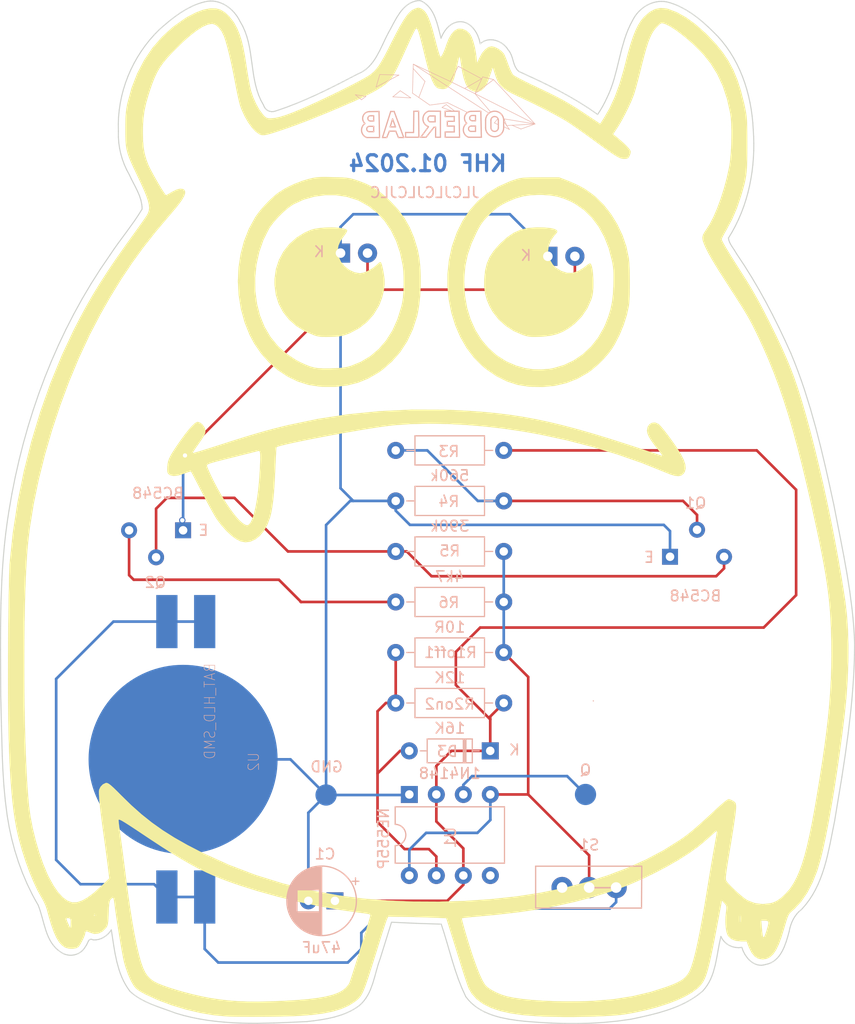
<source format=kicad_pcb>
(kicad_pcb (version 20240108) (generator "pcbnew") (generator_version "8.0")
  (layers (0 "F.Cu" signal) (31 "B.Cu" signal) (34 "B.Paste" user) (35 "F.Paste" user) (36 "B.SilkS" user "B.Silkscreen") (37 "F.SilkS" user "F.Silkscreen") (38 "B.Mask" user) (39 "F.Mask" user) (44 "Edge.Cuts" user))
  (net 0 "")
  (net 1 "Net-(D3-K)")
  (net 2 "Net-(D1-K)")
  (net 3 "Net-(D1-A)")
  (net 4 "Net-(D3-A)")
  (net 5 "Net-(Q1-B)")
  (net 6 "Net-(Q1-C)")
  (net 7 "Net-(Q2-C)")
  (net 8 "Net-(S1-E)")
  (net 9 "Net-(S1-A-Pad1)")
  (net 11 "unconnected-(U1-Q-Pad3)")
  (footprint "LED_THT:LED_D5.0mm" (layer "F.Cu") (at 53.492 46.252)
    (property "Reference" "D1")
    (property "Value" "LED")
  )
  (footprint "LOGO" (layer "F.Cu") (at 60.1308 69.396)
    (property "Reference" "G***" (hide yes))
    (property "Value" "LOGO" (hide yes))
  )
  (footprint "" (layer "F.Cu") (at 52.132 97.202)
    (property "Reference" "")
    (property "Value" "")
  )
  (footprint "!Goody:ob-logo_B.SilkS" (layer "F.Cu") (at 68.66 49.31)
    (property "Reference" "G***" (hide yes))
    (property "Value" "LOGO" (hide yes))
  )
  (footprint "LED_THT:LED_D5.0mm" (layer "F.Cu") (at 72.992 46.552)
    (property "Reference" "D2")
    (property "Value" "LED")
  )
  (footprint "Resistor_THT:R_Axial_DIN0207_L6.3mm_D2.5mm_P10.16mm_Horizontal" (layer "B.Cu") (at 68.842 64.802 180)
    (property "Reference" "R3")
    (property "Value" "560k")
  )
  (footprint "Resistor_THT:R_Axial_DIN0207_L6.3mm_D2.5mm_P10.16mm_Horizontal" (layer "B.Cu") (at 68.842 74.302 180)
    (property "Reference" "R5")
    (property "Value" "4k7")
  )
  (footprint "Diode_THT:D_DO-35_SOD27_P7.62mm_Horizontal" (layer "B.Cu") (at 67.572 93.052 180)
    (property "Reference" "D3")
    (property "Value" "1N4148")
  )
  (footprint "Package_DIP:DIP-8_W7.62mm" (layer "B.Cu") (at 59.962 97.152 -90)
    (property "Reference" "U1")
    (property "Value" "NE555P")
  )
  (footprint "Capacitor_THT:CP_Radial_D6.3mm_P2.50mm" (layer "B.Cu") (at 52.96438 107.152 180)
    (property "Reference" "C1")
    (property "Value" "47uF")
  )
  (footprint "!Goody:BAT-HLD-SMD-Blech" (layer "B.Cu") (at 38.682 93.852 -90)
    (property "Reference" "U2")
    (property "Value" "BAT_HLD_SMD")
  )
  (footprint "!Goody:TO-92L_Wide" (layer "B.Cu") (at 89.562 74.802 180)
    (property "Reference" "Q1")
    (property "Value" "BC548")
  )
  (footprint "Resistor_THT:R_Axial_DIN0207_L6.3mm_D2.5mm_P10.16mm_Horizontal" (layer "B.Cu") (at 68.842 83.802 180)
    (property "Reference" "R1off1")
    (property "Value" "12K")
  )
  (footprint "Resistor_THT:R_Axial_DIN0207_L6.3mm_D2.5mm_P10.16mm_Horizontal" (layer "B.Cu") (at 68.842 79.052 180)
    (property "Reference" "R6")
    (property "Value" "10R")
  )
  (footprint "!Goody:LP_rund" (layer "B.Cu") (at 76.532 97.152 180)
    (property "Reference" "Q")
    (property "Value" "LP_rund")
  )
  (footprint "Resistor_THT:R_Axial_DIN0207_L6.3mm_D2.5mm_P10.16mm_Horizontal" (layer "B.Cu") (at 68.842 69.552 180)
    (property "Reference" "R4")
    (property "Value" "390k")
  )
  (footprint "Resistor_THT:R_Axial_DIN0207_L6.3mm_D2.5mm_P10.16mm_Horizontal" (layer "B.Cu") (at 68.842 88.552 180)
    (property "Reference" "R2on2")
    (property "Value" "16K")
  )
  (footprint "!Goody:Micro_SchalterKHF" (layer "B.Cu") (at 79.412 105.902 180)
    (property "Reference" "S1")
    (property "Value" "Micro_Schalter")
  )
  (footprint "!Goody:TO-92L_Wide" (layer "B.Cu") (at 33.604 72.314)
    (property "Reference" "Q2")
    (property "Value" "BC548")
  )
  (gr_line (start 76.962 105.918) (end 79.502 105.918) (stroke (width 0.15)) (layer "B.SilkS"))
  (gr_line (start 33.5067 29.606) (end 33.274 30.226) (stroke (width 0.1)) (layer "Edge.Cuts"))
  (gr_line (start 95.8377 109.4343) (end 95.946 109.1478) (stroke (width 0.1)) (layer "Edge.Cuts"))
  (gr_line (start 62.3749 24.07802) (end 62.2727 23.84398) (stroke (width 0.1)) (layer "Edge.Cuts"))
  (gr_line (start 80.5432 25.2245) (end 80.3662 25.6729) (stroke (width 0.1)) (layer "Edge.Cuts"))
  (gr_line (start 67.7845 117.9008) (end 68.1588 118.0182) (stroke (width 0.1)) (layer "Edge.Cuts"))
  (gr_line (start 25.4309 108.7328) (end 25.6005 109.3535) (stroke (width 0.1)) (layer "Edge.Cuts"))
  (gr_line (start 61.3387 22.692) (end 61.1141 22.55969) (stroke (width 0.1)) (layer "Edge.Cuts"))
  (gr_line (start 21.7779 74.8198) (end 21.6985 75.9056) (stroke (width 0.1)) (layer "Edge.Cuts"))
  (gr_line (start 95.2244 111.4832) (end 95.4067 110.9963) (stroke (width 0.1)) (layer "Edge.Cuts"))
  (gr_line (start 21.9951 72.6529) (end 21.8762 73.7355) (stroke (width 0.1)) (layer "Edge.Cuts"))
  (gr_line (start 35.1309 26.7287) (end 34.7473 27.26916) (stroke (width 0.1)) (layer "Edge.Cuts"))
  (gr_line (start 90.6394 43.6762) (end 90.9279 43.0771) (stroke (width 0.1)) (layer "Edge.Cuts"))
  (gr_line (start 90.0697 111.354) (end 90.3442 111.4677) (stroke (width 0.1)) (layer "Edge.Cuts"))
  (gr_line (start 89.2675 110.4995) (end 89.4098 110.768) (stroke (width 0.1)) (layer "Edge.Cuts"))
  (gr_line (start 63.1787 25.55122) (end 63.0498 25.79443) (stroke (width 0.1)) (layer "Edge.Cuts"))
  (gr_line (start 65.766 24.90227) (end 65.6049 24.77365) (stroke (width 0.1)) (layer "Edge.Cuts"))
  (gr_line (start 26.3095 111.0983) (end 26.4897 111.3489) (stroke (width 0.1)) (layer "Edge.Cuts"))
  (gr_line (start 43.4696 23.61323) (end 43.2915 23.42679) (stroke (width 0.1)) (layer "Edge.Cuts"))
  (gr_line (start 67.8665 26.20857) (end 67.6791 26.19051) (stroke (width 0.1)) (layer "Edge.Cuts"))
  (gr_line (start 58.4925 24.60614) (end 58.2365 25.09088) (stroke (width 0.1)) (layer "Edge.Cuts"))
  (gr_line (start 90.0092 45.0242) (end 89.9768 44.8347) (stroke (width 0.1)) (layer "Edge.Cuts"))
  (gr_line (start 25.0416 107.5386) (end 25.153 107.8258) (stroke (width 0.1)) (layer "Edge.Cuts"))
  (gr_line (start 28.6287 112.1831) (end 28.7809 112.123) (stroke (width 0.1)) (layer "Edge.Cuts"))
  (gr_line (start 90.7726 28.47612) (end 90.4704 27.9158) (stroke (width 0.1)) (layer "Edge.Cuts"))
  (gr_line (start 43.9191 24.23838) (end 43.7843 24.02061) (stroke (width 0.1)) (layer "Edge.Cuts"))
  (gr_line (start 83.6777 22.58346) (end 83.4347 22.5953) (stroke (width 0.1)) (layer "Edge.Cuts"))
  (gr_line (start 30.2353 110.8265) (end 30.4908 110.8226) (stroke (width 0.1)) (layer "Edge.Cuts"))
  (gr_line (start 27.4988 112.1507) (end 27.6568 112.2057) (stroke (width 0.1)) (layer "Edge.Cuts"))
  (gr_line (start 89.1203 111.1641) (end 89.2675 110.4995) (stroke (width 0.1)) (layer "Edge.Cuts"))
  (gr_line (start 90.7463 46.323) (end 90.5248 45.9591) (stroke (width 0.1)) (layer "Edge.Cuts"))
  (gr_line (start 96.52 57.3699) (end 96.1878 56.5041) (stroke (width 0.1)) (layer "Edge.Cuts"))
  (gr_line (start 28.9263 112.0475) (end 29.0637 111.9569) (stroke (width 0.1)) (layer "Edge.Cuts"))
  (gr_line (start 27.8185 112.2435) (end 27.9822 112.2643) (stroke (width 0.1)) (layer "Edge.Cuts"))
  (gr_line (start 101.3841 78.0399) (end 101.1252 76.4042) (stroke (width 0.1)) (layer "Edge.Cuts"))
  (gr_line (start 79.4743 28.94091) (end 79.222 29.877) (stroke (width 0.1)) (layer "Edge.Cuts"))
  (gr_line (start 60.8066 22.50733) (end 60.8066 22.50733) (stroke (width 0.1)) (layer "Edge.Cuts"))
  (gr_line (start 21.5542 79.1699) (end 21.518 81.3497) (stroke (width 0.1)) (layer "Edge.Cuts"))
  (gr_line (start 30.8964 47.7684) (end 30.021 49.146) (stroke (width 0.1)) (layer "Edge.Cuts"))
  (gr_line (start 82.5839 117.8924) (end 83.4748 117.6602) (stroke (width 0.1)) (layer "Edge.Cuts"))
  (gr_line (start 50.3398 118.5054) (end 50.9795 118.4299) (stroke (width 0.1)) (layer "Edge.Cuts"))
  (gr_line (start 30.021 49.146) (end 29.1899 50.5499) (stroke (width 0.1)) (layer "Edge.Cuts"))
  (gr_line (start 100.8335 74.773) (end 100.5213 73.1451) (stroke (width 0.1)) (layer "Edge.Cuts"))
  (gr_line (start 87.0464 24.10503) (end 86.5175 23.71934) (stroke (width 0.1)) (layer "Edge.Cuts"))
  (gr_line (start 21.6004 90.7122) (end 21.6749 93.5379) (stroke (width 0.1)) (layer "Edge.Cuts"))
  (gr_line (start 38.4316 23.65969) (end 37.9102 24.02527) (stroke (width 0.1)) (layer "Edge.Cuts"))
  (gr_line (start 91.6999 30.853) (end 91.5092 30.2419) (stroke (width 0.1)) (layer "Edge.Cuts"))
  (gr_line (start 90.0758 45.2131) (end 90.0092 45.0242) (stroke (width 0.1)) (layer "Edge.Cuts"))
  (gr_line (start 54.7064 117.3664) (end 54.9819 117.1957) (stroke (width 0.1)) (layer "Edge.Cuts"))
  (gr_line (start 89.3851 26.34396) (end 88.962 25.86215) (stroke (width 0.1)) (layer "Edge.Cuts"))
  (gr_line (start 39.4681 118.1078) (end 40.2312 118.261) (stroke (width 0.1)) (layer "Edge.Cuts"))
  (gr_line (start 29.3079 111.7314) (end 29.4119 111.5971) (stroke (width 0.1)) (layer "Edge.Cuts"))
  (gr_line (start 42.899 23.09631) (end 42.6865 22.95544) (stroke (width 0.1)) (layer "Edge.Cuts"))
  (gr_line (start 62.158 23.6188) (end 62.0292 23.40437) (stroke (width 0.1)) (layer "Edge.Cuts"))
  (gr_line (start 36.4453 25.2378) (end 35.9807 25.71142) (stroke (width 0.1)) (layer "Edge.Cuts"))
  (gr_line (start 33.261 115.0208) (end 33.4614 115.3449) (stroke (width 0.1)) (layer "Edge.Cuts"))
  (gr_line (start 90.3442 111.4677) (end 90.6345 111.5364) (stroke (width 0.1)) (layer "Edge.Cuts"))
  (gr_line (start 101.5875 88.2195) (end 101.6735 87.1745) (stroke (width 0.1)) (layer "Edge.Cuts"))
  (gr_line (start 87.7716 115.3836) (end 87.9731 115.1037) (stroke (width 0.1)) (layer "Edge.Cuts"))
  (gr_line (start 64.8977 115.3445) (end 65.271 116.1627) (stroke (width 0.1)) (layer "Edge.Cuts"))
  (gr_line (start 32.6599 113.633) (end 32.7836 113.9916) (stroke (width 0.1)) (layer "Edge.Cuts"))
  (gr_line (start 33.274 30.226) (end 33.0737 30.8572) (stroke (width 0.1)) (layer "Edge.Cuts"))
  (gr_line (start 21.6749 93.5379) (end 21.7383 94.9491) (stroke (width 0.1)) (layer "Edge.Cuts"))
  (gr_line (start 47.2259 118.6365) (end 48.7865 118.5769) (stroke (width 0.1)) (layer "Edge.Cuts"))
  (gr_line (start 70.8507 118.4825) (end 72.0928 118.5772) (stroke (width 0.1)) (layer "Edge.Cuts"))
  (gr_line (start 33.6306 38.8956) (end 33.8153 39.2826) (stroke (width 0.1)) (layer "Edge.Cuts"))
  (gr_line (start 45.6623 118.6659) (end 47.2259 118.6365) (stroke (width 0.1)) (layer "Edge.Cuts"))
  (gr_line (start 93.7312 113.0735) (end 93.9688 112.9799) (stroke (width 0.1)) (layer "Edge.Cuts"))
  (gr_line (start 32.5961 35.3277) (end 32.633 35.8632) (stroke (width 0.1)) (layer "Edge.Cuts"))
  (gr_line (start 62.9628 109.3452) (end 63.2379 110.202) (stroke (width 0.1)) (layer "Edge.Cuts"))
  (gr_line (start 52.9059 118.0806) (end 53.5288 117.8945) (stroke (width 0.1)) (layer "Edge.Cuts"))
  (gr_line (start 98.189 62.6728) (end 97.6865 60.8878) (stroke (width 0.1)) (layer "Edge.Cuts"))
  (gr_line (start 44.503 25.38909) (end 44.2934 24.91908) (stroke (width 0.1)) (layer "Edge.Cuts"))
  (gr_line (start 68.2351 26.30386) (end 68.0525 26.24674) (stroke (width 0.1)) (layer "Edge.Cuts"))
  (gr_line (start 29.4119 111.5971) (end 29.5019 111.4487) (stroke (width 0.1)) (layer "Edge.Cuts"))
  (gr_line (start 32.8219 36.9156) (end 32.9718 37.429) (stroke (width 0.1)) (layer "Edge.Cuts"))
  (gr_line (start 27.9822 112.2643) (end 28.1465 112.2684) (stroke (width 0.1)) (layer "Edge.Cuts"))
  (gr_line (start 32.9239 114.3431) (end 33.0824 114.6865) (stroke (width 0.1)) (layer "Edge.Cuts"))
  (gr_line (start 31.7855 110.0917) (end 31.9335 109.8862) (stroke (width 0.1)) (layer "Edge.Cuts"))
  (gr_line (start 26.9314 111.7959) (end 27.1992 111.9878) (stroke (width 0.1)) (layer "Edge.Cuts"))
  (gr_line (start 94.7154 53.2335) (end 94.1217 52.0436) (stroke (width 0.1)) (layer "Edge.Cuts"))
  (gr_line (start 94.5611 112.5486) (end 94.7226 112.3632) (stroke (width 0.1)) (layer "Edge.Cuts"))
  (gr_line (start 67.3074 26.21923) (end 67.127 26.26829) (stroke (width 0.1)) (layer "Edge.Cuts"))
  (gr_line (start 36.8383 117.2992) (end 37.4022 117.4988) (stroke (width 0.1)) (layer "Edge.Cuts"))
  (gr_line (start 26.9602 54.9032) (end 26.304 56.3965) (stroke (width 0.1)) (layer "Edge.Cuts"))
  (gr_line (start 87.1832 115.9397) (end 87.5415 115.6497) (stroke (width 0.1)) (layer "Edge.Cuts"))
  (gr_line (start 91.3632 111.8831) (end 91.5452 112.2274) (stroke (width 0.1)) (layer "Edge.Cuts"))
  (gr_line (start 34.0157 39.672) (end 34.2189 40.0649) (stroke (width 0.1)) (layer "Edge.Cuts"))
  (gr_line (start 60.8857 22.50356) (end 60.8066 22.50733) (stroke (width 0.1)) (layer "Edge.Cuts"))
  (gr_line (start 88.301 114.5079) (end 88.4325 114.1946) (stroke (width 0.1)) (layer "Edge.Cuts"))
  (gr_line (start 43.101 23.25395) (end 42.899 23.09631) (stroke (width 0.1)) (layer "Edge.Cuts"))
  (gr_line (start 25.153 107.8258) (end 25.2529 108.122) (stroke (width 0.1)) (layer "Edge.Cuts"))
  (gr_line (start 59.5966 23.06187) (end 59.4063 23.24492) (stroke (width 0.1)) (layer "Edge.Cuts"))
  (gr_line (start 37.4064 24.41596) (end 36.9187 24.82304) (stroke (width 0.1)) (layer "Edge.Cuts"))
  (gr_line (start 101.7433 86.1284) (end 101.7956 85.0812) (stroke (width 0.1)) (layer "Edge.Cuts"))
  (gr_line (start 66.6308 26.56788) (end 66.5372 26.16766) (stroke (width 0.1)) (layer "Edge.Cuts"))
  (gr_line (start 30.9798 110.699) (end 31.2073 110.5867) (stroke (width 0.1)) (layer "Edge.Cuts"))
  (gr_line (start 70.0693 28.96787) (end 69.9234 28.72867) (stroke (width 0.1)) (layer "Edge.Cuts"))
  (gr_line (start 29.586 111.3302) (end 29.6541 111.1958) (stroke (width 0.1)) (layer "Edge.Cuts"))
  (gr_line (start 66.7214 117.4328) (end 67.0637 117.6098) (stroke (width 0.1)) (layer "Edge.Cuts"))
  (gr_line (start 52.2691 118.2261) (end 52.9059 118.0806) (stroke (width 0.1)) (layer "Edge.Cuts"))
  (gr_line (start 61.8845 23.20259) (end 61.7223 23.01533) (stroke (width 0.1)) (layer "Edge.Cuts"))
  (gr_line (start 99.9619 99.6432) (end 100.6459 95.5037) (stroke (width 0.1)) (layer "Edge.Cuts"))
  (gr_line (start 81.5286 23.55472) (end 81.3672 23.73805) (stroke (width 0.1)) (layer "Edge.Cuts"))
  (gr_line (start 88.5461 113.8731) (end 88.7295 113.2103) (stroke (width 0.1)) (layer "Edge.Cuts"))
  (gr_line (start 94.9998 111.9457) (end 95.118 111.7188) (stroke (width 0.1)) (layer "Edge.Cuts"))
  (gr_line (start 57.9835 25.55269) (end 57.7084 26.09724) (stroke (width 0.1)) (layer "Edge.Cuts"))
  (gr_line (start 79.7035 27.99717) (end 79.4743 28.94091) (stroke (width 0.1)) (layer "Edge.Cuts"))
  (gr_line (start 66.0519 25.21173) (end 65.9151 25.04917) (stroke (width 0.1)) (layer "Edge.Cuts"))
  (gr_line (start 93.5035 50.8666) (end 92.8588 49.7042) (stroke (width 0.1)) (layer "Edge.Cuts"))
  (gr_line (start 69.3134 118.2799) (end 70.0891 118.3962) (stroke (width 0.1)) (layer "Edge.Cuts"))
  (gr_line (start 83.9231 22.59417) (end 83.6777 22.58346) (stroke (width 0.1)) (layer "Edge.Cuts"))
  (gr_line (start 92.3242 37.2942) (end 92.3546 36.6289) (stroke (width 0.1)) (layer "Edge.Cuts"))
  (gr_line (start 63.9097 24.74788) (end 63.6936 24.91117) (stroke (width 0.1)) (layer "Edge.Cuts"))
  (gr_line (start 100.9618 93.4278) (end 101.2457 91.3478) (stroke (width 0.1)) (layer "Edge.Cuts"))
  (gr_line (start 64.2747 113.658) (end 64.569 114.5082) (stroke (width 0.1)) (layer "Edge.Cuts"))
  (gr_line (start 85.0956 22.93517) (end 84.7932 22.81726) (stroke (width 0.1)) (layer "Edge.Cuts"))
  (gr_line (start 83.4347 22.5953) (end 83.1951 22.62872) (stroke (width 0.1)) (layer "Edge.Cuts"))
  (gr_line (start 74.9986 31.5156) (end 74.0729 31.0082) (stroke (width 0.1)) (layer "Edge.Cuts"))
  (gr_line (start 61.1141 22.55969) (end 60.9633 22.51414) (stroke (width 0.1)) (layer "Edge.Cuts"))
  (gr_line (start 31.4194 110.4457) (end 31.6132 110.2794) (stroke (width 0.1)) (layer "Edge.Cuts"))
  (gr_line (start 65.2488 24.58175) (end 65.0546 24.52371) (stroke (width 0.1)) (layer "Edge.Cuts"))
  (gr_line (start 32.1842 45.8747) (end 31.8165 46.4184) (stroke (width 0.1)) (layer "Edge.Cuts"))
  (gr_line (start 68.4123 26.37881) (end 68.2351 26.30386) (stroke (width 0.1)) (layer "Edge.Cuts"))
  (gr_line (start 90.3226 44.2624) (end 90.6394 43.6762) (stroke (width 0.1)) (layer "Edge.Cuts"))
  (gr_line (start 101.7956 85.0812) (end 101.8289 84.0328) (stroke (width 0.1)) (layer "Edge.Cuts"))
  (gr_line (start 58.7643 24.12154) (end 58.4925 24.60614) (stroke (width 0.1)) (layer "Edge.Cuts"))
  (gr_line (start 60.0241 22.75926) (end 59.802 22.89902) (stroke (width 0.1)) (layer "Edge.Cuts"))
  (gr_line (start 21.7383 94.9491) (end 21.8312 96.3579) (stroke (width 0.1)) (layer "Edge.Cuts"))
  (gr_line (start 26.1523 110.8326) (end 26.3095 111.0983) (stroke (width 0.1)) (layer "Edge.Cuts"))
  (gr_line (start 87.5415 115.6497) (end 87.7716 115.3836) (stroke (width 0.1)) (layer "Edge.Cuts"))
  (gr_line (start 23.1924 103.4918) (end 23.5777 104.5372) (stroke (width 0.1)) (layer "Edge.Cuts"))
  (gr_line (start 65.0546 24.52371) (end 64.8501 24.49445) (stroke (width 0.1)) (layer "Edge.Cuts"))
  (gr_line (start 95.5571 110.5059) (end 95.686 110.0328) (stroke (width 0.1)) (layer "Edge.Cuts"))
  (gr_line (start 69.5565 27.63364) (end 69.4307 27.37391) (stroke (width 0.1)) (layer "Edge.Cuts"))
  (gr_line (start 90.4704 27.9158) (end 90.1387 27.37252) (stroke (width 0.1)) (layer "Edge.Cuts"))
  (gr_line (start 44.673 25.87141) (end 44.503 25.38909) (stroke (width 0.1)) (layer "Edge.Cuts"))
  (gr_line (start 44.1002 118.6462) (end 44.8808 118.6633) (stroke (width 0.1)) (layer "Edge.Cuts"))
  (gr_line (start 33.8153 39.2826) (end 34.0157 39.672) (stroke (width 0.1)) (layer "Edge.Cuts"))
  (gr_line (start 69.8168 28.46593) (end 69.7319 28.18937) (stroke (width 0.1)) (layer "Edge.Cuts"))
  (gr_line (start 33.0737 30.8572) (end 32.9067 31.4978) (stroke (width 0.1)) (layer "Edge.Cuts"))
  (gr_line (start 83.4748 117.6602) (end 84.3524 117.3877) (stroke (width 0.1)) (layer "Edge.Cuts"))
  (gr_line (start 39.8231 22.9127) (end 39.5339 23.03866) (stroke (width 0.1)) (layer "Edge.Cuts"))
  (gr_line (start 46.4172 32.6516) (end 46.3183 32.5043) (stroke (width 0.1)) (layer "Edge.Cuts"))
  (gr_line (start 28.31 112.2561) (end 28.4712 112.2275) (stroke (width 0.1)) (layer "Edge.Cuts"))
  (gr_line (start 39.5339 23.03866) (end 38.9723 23.32791) (stroke (width 0.1)) (layer "Edge.Cuts"))
  (gr_line (start 64.8501 24.49445) (end 64.6358 24.49658) (stroke (width 0.1)) (layer "Edge.Cuts"))
  (gr_line (start 44.2934 24.91908) (end 44.0375 24.46341) (stroke (width 0.1)) (layer "Edge.Cuts"))
  (gr_line (start 62.2727 23.84398) (end 62.158 23.6188) (stroke (width 0.1)) (layer "Edge.Cuts"))
  (gr_line (start 90.9279 43.0771) (end 91.1885 42.4663) (stroke (width 0.1)) (layer "Edge.Cuts"))
  (gr_line (start 41.7512 22.59142) (end 41.501 22.55819) (stroke (width 0.1)) (layer "Edge.Cuts"))
  (gr_line (start 38.9723 23.32791) (end 38.4316 23.65969) (stroke (width 0.1)) (layer "Edge.Cuts"))
  (gr_line (start 80.9704 24.35457) (end 80.7433 24.78462) (stroke (width 0.1)) (layer "Edge.Cuts"))
  (gr_line (start 86.4263 116.4497) (end 86.8111 116.2058) (stroke (width 0.1)) (layer "Edge.Cuts"))
  (gr_line (start 88.5073 25.4043) (end 88.0405 24.95556) (stroke (width 0.1)) (layer "Edge.Cuts"))
  (gr_line (start 34.5817 40.8651) (end 34.7155 41.2745) (stroke (width 0.1)) (layer "Edge.Cuts"))
  (gr_line (start 66.5372 26.16766) (end 66.3845 25.76715) (stroke (width 0.1)) (layer "Edge.Cuts"))
  (gr_line (start 91.0462 29.05173) (end 90.7726 28.47612) (stroke (width 0.1)) (layer "Edge.Cuts"))
  (gr_line (start 70.0891 118.3962) (end 70.8507 118.4825) (stroke (width 0.1)) (layer "Edge.Cuts"))
  (gr_line (start 77.6718 33.2124) (end 76.8009 32.6141) (stroke (width 0.1)) (layer "Edge.Cuts"))
  (gr_line (start 34.0667 28.40577) (end 33.7713 28.99874) (stroke (width 0.1)) (layer "Edge.Cuts"))
  (gr_line (start 30.0726 110.7673) (end 30.2353 110.8265) (stroke (width 0.1)) (layer "Edge.Cuts"))
  (gr_line (start 32.4545 112.8987) (end 32.6599 113.633) (stroke (width 0.1)) (layer "Edge.Cuts"))
  (gr_line (start 96.4164 108.3712) (end 96.6259 108.1488) (stroke (width 0.1)) (layer "Edge.Cuts"))
  (gr_line (start 90.1387 27.37252) (end 89.7772 26.84799) (stroke (width 0.1)) (layer "Edge.Cuts"))
  (gr_line (start 34.8235 42.1168) (end 34.4777 42.6741) (stroke (width 0.1)) (layer "Edge.Cuts"))
  (gr_line (start 92.2701 37.958) (end 92.3242 37.2942) (stroke (width 0.1)) (layer "Edge.Cuts"))
  (gr_line (start 59.802 22.89902) (end 59.5966 23.06187) (stroke (width 0.1)) (layer "Edge.Cuts"))
  (gr_line (start 24.5014 106.5635) (end 24.7649 107.0545) (stroke (width 0.1)) (layer "Edge.Cuts"))
  (gr_line (start 34.8205 41.903) (end 34.8235 42.1168) (stroke (width 0.1)) (layer "Edge.Cuts"))
  (gr_line (start 34.3899 116.2072) (end 34.6421 116.3624) (stroke (width 0.1)) (layer "Edge.Cuts"))
  (gr_line (start 92.528 113.1101) (end 92.704 113.1671) (stroke (width 0.1)) (layer "Edge.Cuts"))
  (gr_line (start 54.1311 117.6593) (end 54.4226 117.5206) (stroke (width 0.1)) (layer "Edge.Cuts"))
  (gr_line (start 79.0781 30.3389) (end 78.9176 30.795) (stroke (width 0.1)) (layer "Edge.Cuts"))
  (gr_line (start 85.2072 117.0626) (end 85.6232 116.8765) (stroke (width 0.1)) (layer "Edge.Cuts"))
  (gr_line (start 94.7226 112.3632) (end 94.8685 112.1614) (stroke (width 0.1)) (layer "Edge.Cuts"))
  (gr_line (start 92.704 113.1671) (end 92.8869 113.2005) (stroke (width 0.1)) (layer "Edge.Cuts"))
  (gr_line (start 95.4067 110.9963) (end 95.5571 110.5059) (stroke (width 0.1)) (layer "Edge.Cuts"))
  (gr_line (start 41.2461 22.55126) (end 40.9876 22.57218) (stroke (width 0.1)) (layer "Edge.Cuts"))
  (gr_line (start 29.7787 110.9345) (end 29.8534 110.835) (stroke (width 0.1)) (layer "Edge.Cuts"))
  (gr_line (start 65.9151 25.04917) (end 65.766 24.90227) (stroke (width 0.1)) (layer "Edge.Cuts"))
  (gr_line (start 96.0777 108.8733) (end 96.2341 108.6136) (stroke (width 0.1)) (layer "Edge.Cuts"))
  (gr_line (start 33.9106 115.8562) (end 34.1457 116.0389) (stroke (width 0.1)) (layer "Edge.Cuts"))
  (gr_line (start 92.1918 38.6191) (end 92.2701 37.958) (stroke (width 0.1)) (layer "Edge.Cuts"))
  (gr_line (start 74.0729 31.0082) (end 73.1345 30.524) (stroke (width 0.1)) (layer "Edge.Cuts"))
  (gr_line (start 47.1852 32.9422) (end 47.0058 32.9508) (stroke (width 0.1)) (layer "Edge.Cuts"))
  (gr_line (start 22.857 102.4289) (end 23.1924 103.4918) (stroke (width 0.1)) (layer "Edge.Cuts"))
  (gr_line (start 89.7772 26.84799) (end 89.3851 26.34396) (stroke (width 0.1)) (layer "Edge.Cuts"))
  (gr_line (start 60.8066 22.50733) (end 60.5248 22.56053) (stroke (width 0.1)) (layer "Edge.Cuts"))
  (gr_line (start 92.3084 34.6348) (end 92.2678 33.9995) (stroke (width 0.1)) (layer "Edge.Cuts"))
  (gr_line (start 101.8077 82.1548) (end 101.7547 81.3284) (stroke (width 0.1)) (layer "Edge.Cuts"))
  (gr_line (start 100.5213 73.1451) (end 99.884 69.8957) (stroke (width 0.1)) (layer "Edge.Cuts"))
  (gr_line (start 30.7399 110.7789) (end 30.9798 110.699) (stroke (width 0.1)) (layer "Edge.Cuts"))
  (gr_line (start 93.4713 113.1376) (end 93.7312 113.0735) (stroke (width 0.1)) (layer "Edge.Cuts"))
  (gr_line (start 65.271 116.1627) (end 65.5194 116.474) (stroke (width 0.1)) (layer "Edge.Cuts"))
  (gr_line (start 101.6735 87.1745) (end 101.7433 86.1284) (stroke (width 0.1)) (layer "Edge.Cuts"))
  (gr_line (start 63.6936 24.91117) (end 63.5 25.10353) (stroke (width 0.1)) (layer "Edge.Cuts"))
  (gr_line (start 72.1863 30.0592) (end 70.2721 29.17381) (stroke (width 0.1)) (layer "Edge.Cuts"))
  (gr_line (start 30.4908 110.8226) (end 30.7399 110.7789) (stroke (width 0.1)) (layer "Edge.Cuts"))
  (gr_line (start 86.5175 23.71934) (end 85.9662 23.37078) (stroke (width 0.1)) (layer "Edge.Cuts"))
  (gr_line (start 34.2189 40.0649) (end 34.4118 40.4623) (stroke (width 0.1)) (layer "Edge.Cuts"))
  (gr_line (start 81.7029 23.38411) (end 81.5286 23.55472) (stroke (width 0.1)) (layer "Edge.Cuts"))
  (gr_line (start 88.8723 112.5305) (end 88.9956 111.8448) (stroke (width 0.1)) (layer "Edge.Cuts"))
  (gr_line (start 95.946 109.1478) (end 96.0777 108.8733) (stroke (width 0.1)) (layer "Edge.Cuts"))
  (gr_line (start 55.3899 29.28524) (end 55.0947 29.4182) (stroke (width 0.1)) (layer "Edge.Cuts"))
  (gr_line (start 55.483 116.7892) (end 55.691 116.5556) (stroke (width 0.1)) (layer "Edge.Cuts"))
  (gr_line (start 79.9387 27.05623) (end 79.7035 27.99717) (stroke (width 0.1)) (layer "Edge.Cuts"))
  (gr_line (start 93.2712 113.1878) (end 93.4713 113.1376) (stroke (width 0.1)) (layer "Edge.Cuts"))
  (gr_line (start 44.8097 26.36399) (end 44.673 25.87141) (stroke (width 0.1)) (layer "Edge.Cuts"))
  (gr_line (start 23.6628 64.1124) (end 23.2607 65.6949) (stroke (width 0.1)) (layer "Edge.Cuts"))
  (gr_line (start 29.1913 111.8514) (end 29.3079 111.7314) (stroke (width 0.1)) (layer "Edge.Cuts"))
  (gr_line (start 54.4226 117.5206) (end 54.7064 117.3664) (stroke (width 0.1)) (layer "Edge.Cuts"))
  (gr_line (start 37.957 117.7065) (end 38.7098 117.9237) (stroke (width 0.1)) (layer "Edge.Cuts"))
  (gr_line (start 29.0637 111.9569) (end 29.1913 111.8514) (stroke (width 0.1)) (layer "Edge.Cuts"))
  (gr_line (start 56.522 114.914) (end 56.702 114.3129) (stroke (width 0.1)) (layer "Edge.Cuts"))
  (gr_line (start 90.2799 45.5885) (end 90.1687 45.4013) (stroke (width 0.1)) (layer "Edge.Cuts"))
  (gr_line (start 35.1672 116.6392) (end 35.7132 116.8803) (stroke (width 0.1)) (layer "Edge.Cuts"))
  (gr_line (start 56.5311 28.28661) (end 56.3405 28.52308) (stroke (width 0.1)) (layer "Edge.Cuts"))
  (gr_line (start 24.1065 62.5411) (end 23.6628 64.1124) (stroke (width 0.1)) (layer "Edge.Cuts"))
  (gr_line (start 83.1951 22.62872) (end 82.9601 22.68273) (stroke (width 0.1)) (layer "Edge.Cuts"))
  (gr_line (start 45.3877 29.9279) (end 45.2999 29.4206) (stroke (width 0.1)) (layer "Edge.Cuts"))
  (gr_line (start 101.6842 80.5039) (end 101.598 79.681) (stroke (width 0.1)) (layer "Edge.Cuts"))
  (gr_line (start 99.2779 102.948) (end 99.5251 101.8421) (stroke (width 0.1)) (layer "Edge.Cuts"))
  (gr_line (start 82.7306 22.75634) (end 82.5077 22.84858) (stroke (width 0.1)) (layer "Edge.Cuts"))
  (gr_line (start 45.6273 30.9221) (end 45.4946 30.429) (stroke (width 0.1)) (layer "Edge.Cuts"))
  (gr_line (start 34.4777 42.6741) (end 34.1124 43.2185) (stroke (width 0.1)) (layer "Edge.Cuts"))
  (gr_line (start 95.2865 54.4345) (end 94.7154 53.2335) (stroke (width 0.1)) (layer "Edge.Cuts"))
  (gr_line (start 66.1761 25.38733) (end 66.0519 25.21173) (stroke (width 0.1)) (layer "Edge.Cuts"))
  (gr_line (start 38.7098 117.9237) (end 39.4681 118.1078) (stroke (width 0.1)) (layer "Edge.Cuts"))
  (gr_line (start 48.3682 32.5522) (end 47.371 32.896) (stroke (width 0.1)) (layer "Edge.Cuts"))
  (gr_line (start 65.6049 24.77365) (end 65.4324 24.66594) (stroke (width 0.1)) (layer "Edge.Cuts"))
  (gr_line (start 57.7084 26.09724) (end 57.4424 26.66156) (stroke (width 0.1)) (layer "Edge.Cuts"))
  (gr_line (start 97.5781 107.069) (end 97.882 106.5999) (stroke (width 0.1)) (layer "Edge.Cuts"))
  (gr_line (start 64.149 24.61971) (end 63.9097 24.74788) (stroke (width 0.1)) (layer "Edge.Cuts"))
  (gr_line (start 82.9601 22.68273) (end 82.7306 22.75634) (stroke (width 0.1)) (layer "Edge.Cuts"))
  (gr_line (start 91.8073 40.5751) (end 91.9609 39.9288) (stroke (width 0.1)) (layer "Edge.Cuts"))
  (gr_line (start 40.1181 22.80064) (end 39.8231 22.9127) (stroke (width 0.1)) (layer "Edge.Cuts"))
  (gr_line (start 51.2977 31.3256) (end 50.3306 31.7621) (stroke (width 0.1)) (layer "Edge.Cuts"))
  (gr_line (start 69.256 27.13923) (end 69.1512 26.98118) (stroke (width 0.1)) (layer "Edge.Cuts"))
  (gr_line (start 40.7265 22.62256) (end 40.4192 22.70356) (stroke (width 0.1)) (layer "Edge.Cuts"))
  (gr_line (start 97.6865 60.8878) (end 97.1334 59.1189) (stroke (width 0.1)) (layer "Edge.Cuts"))
  (gr_line (start 34.7155 41.2745) (end 34.8005 41.6914) (stroke (width 0.1)) (layer "Edge.Cuts"))
  (gr_line (start 59.4063 23.24492) (end 59.2295 23.44529) (stroke (width 0.1)) (layer "Edge.Cuts"))
  (gr_line (start 59.2295 23.44529) (end 59.0647 23.66011) (stroke (width 0.1)) (layer "Edge.Cuts"))
  (gr_line (start 63.5 25.10353) (end 63.3286 25.3189) (stroke (width 0.1)) (layer "Edge.Cuts"))
  (gr_line (start 33.4614 115.3449) (end 33.6855 115.6577) (stroke (width 0.1)) (layer "Edge.Cuts"))
  (gr_line (start 75.9089 32.0497) (end 74.9986 31.5156) (stroke (width 0.1)) (layer "Edge.Cuts"))
  (gr_line (start 24.7649 107.0545) (end 25.0416 107.5386) (stroke (width 0.1)) (layer "Edge.Cuts"))
  (gr_line (start 96.8348 58.2417) (end 96.52 57.3699) (stroke (width 0.1)) (layer "Edge.Cuts"))
  (gr_line (start 95.837 55.6448) (end 95.2865 54.4345) (stroke (width 0.1)) (layer "Edge.Cuts"))
  (gr_line (start 28.1465 112.2684) (end 28.31 112.2561) (stroke (width 0.1)) (layer "Edge.Cuts"))
  (gr_line (start 86.8111 116.2058) (end 87.1832 115.9397) (stroke (width 0.1)) (layer "Edge.Cuts"))
  (gr_line (start 33.1573 37.9313) (end 33.3772 38.4208) (stroke (width 0.1)) (layer "Edge.Cuts"))
  (gr_line (start 26.696 111.5822) (end 26.9314 111.7959) (stroke (width 0.1)) (layer "Edge.Cuts"))
  (gr_line (start 101.8419 82.9832) (end 101.8077 82.1548) (stroke (width 0.1)) (layer "Edge.Cuts"))
  (gr_line (start 27.1992 111.9878) (end 27.3457 112.0781) (stroke (width 0.1)) (layer "Edge.Cuts"))
  (gr_line (start 21.518 81.3497) (end 21.5126 83.5306) (stroke (width 0.1)) (layer "Edge.Cuts"))
  (gr_line (start 49.3544 32.1726) (end 48.3682 32.5522) (stroke (width 0.1)) (layer "Edge.Cuts"))
  (gr_line (start 68.5398 118.1194) (end 69.3134 118.2799) (stroke (width 0.1)) (layer "Edge.Cuts"))
  (gr_line (start 99.884 69.8957) (end 99.4884 68.0853) (stroke (width 0.1)) (layer "Edge.Cuts"))
  (gr_line (start 92.3597 113.0317) (end 92.528 113.1101) (stroke (width 0.1)) (layer "Edge.Cuts"))
  (gr_line (start 81.889 23.22721) (end 81.7029 23.38411) (stroke (width 0.1)) (layer "Edge.Cuts"))
  (gr_line (start 88.4325 114.1946) (end 88.5461 113.8731) (stroke (width 0.1)) (layer "Edge.Cuts"))
  (gr_line (start 56.8678 113.7054) (end 57.0402 113.1043) (stroke (width 0.1)) (layer "Edge.Cuts"))
  (gr_line (start 23.5777 104.5372) (end 24.0138 105.5621) (stroke (width 0.1)) (layer "Edge.Cuts"))
  (gr_line (start 80.3662 25.6729) (end 80.209 26.12853) (stroke (width 0.1)) (layer "Edge.Cuts"))
  (gr_line (start 82.0859 23.085) (end 81.889 23.22721) (stroke (width 0.1)) (layer "Edge.Cuts"))
  (gr_line (start 65.5194 116.474) (end 65.7907 116.7549) (stroke (width 0.1)) (layer "Edge.Cuts"))
  (gr_line (start 82.5077 22.84858) (end 82.2925 22.95846) (stroke (width 0.1)) (layer "Edge.Cuts"))
  (gr_line (start 24.5923 60.9823) (end 24.1065 62.5411) (stroke (width 0.1)) (layer "Edge.Cuts"))
  (gr_line (start 92.1154 32.7297) (end 92.0024 32.0986) (stroke (width 0.1)) (layer "Edge.Cuts"))
  (gr_line (start 47.371 32.896) (end 47.1852 32.9422) (stroke (width 0.1)) (layer "Edge.Cuts"))
  (gr_line (start 21.8312 96.3579) (end 21.9625 97.7634) (stroke (width 0.1)) (layer "Edge.Cuts"))
  (gr_line (start 21.6985 75.9056) (end 21.6359 76.9927) (stroke (width 0.1)) (layer "Edge.Cuts"))
  (gr_line (start 26.304 56.3965) (end 25.6907 57.9085) (stroke (width 0.1)) (layer "Edge.Cuts"))
  (gr_line (start 66.3937 117.2325) (end 66.7214 117.4328) (stroke (width 0.1)) (layer "Edge.Cuts"))
  (gr_line (start 42.4645 22.83293) (end 42.234 22.73037) (stroke (width 0.1)) (layer "Edge.Cuts"))
  (gr_line (start 35.9807 25.71142) (end 35.5423 26.20892) (stroke (width 0.1)) (layer "Edge.Cuts"))
  (gr_line (start 62.9413 26.04248) (end 62.6917 25.06498) (stroke (width 0.1)) (layer "Edge.Cuts"))
  (gr_line (start 62.6917 25.06498) (end 62.5483 24.56512) (stroke (width 0.1)) (layer "Edge.Cuts"))
  (gr_line (start 94.3824 112.7149) (end 94.5611 112.5486) (stroke (width 0.1)) (layer "Edge.Cuts"))
  (gr_line (start 62.5483 24.56512) (end 62.3749 24.07802) (stroke (width 0.1)) (layer "Edge.Cuts"))
  (gr_line (start 64.6358 24.49658) (end 64.412 24.53272) (stroke (width 0.1)) (layer "Edge.Cuts"))
  (gr_line (start 42.6865 22.95544) (end 42.4645 22.83293) (stroke (width 0.1)) (layer "Edge.Cuts"))
  (gr_line (start 25.1202 59.4376) (end 24.5923 60.9823) (stroke (width 0.1)) (layer "Edge.Cuts"))
  (gr_line (start 55.2482 117.0073) (end 55.483 116.7892) (stroke (width 0.1)) (layer "Edge.Cuts"))
  (gr_line (start 22.5806 68.887) (end 22.302 70.4936) (stroke (width 0.1)) (layer "Edge.Cuts"))
  (gr_line (start 56.8707 27.77489) (end 56.7071 28.03644) (stroke (width 0.1)) (layer "Edge.Cuts"))
  (gr_line (start 32.5877 34.1241) (end 32.5991 34.7886) (stroke (width 0.1)) (layer "Edge.Cuts"))
  (gr_line (start 22.1364 71.5722) (end 21.9951 72.6529) (stroke (width 0.1)) (layer "Edge.Cuts"))
  (gr_line (start 25.6005 109.3535) (end 25.7868 109.9664) (stroke (width 0.1)) (layer "Edge.Cuts"))
  (gr_line (start 55.66 29.12692) (end 55.3899 29.28524) (stroke (width 0.1)) (layer "Edge.Cuts"))
  (gr_line (start 35.5423 26.20892) (end 35.1309 26.7287) (stroke (width 0.1)) (layer "Edge.Cuts"))
  (gr_line (start 41.7699 118.4843) (end 42.5442 118.559) (stroke (width 0.1)) (layer "Edge.Cuts"))
  (gr_line (start 22.9001 67.2869) (end 22.5806 68.887) (stroke (width 0.1)) (layer "Edge.Cuts"))
  (gr_line (start 88.9956 111.8448) (end 89.1203 111.1641) (stroke (width 0.1)) (layer "Edge.Cuts"))
  (gr_line (start 91.5452 112.2274) (end 91.7753 112.5449) (stroke (width 0.1)) (layer "Edge.Cuts"))
  (gr_line (start 73.3384 118.6456) (end 74.5859 118.684) (stroke (width 0.1)) (layer "Edge.Cuts"))
  (gr_line (start 29.1899 50.5499) (end 28.4029 51.9783) (stroke (width 0.1)) (layer "Edge.Cuts"))
  (gr_line (start 92.0485 112.8186) (end 92.1997 112.9338) (stroke (width 0.1)) (layer "Edge.Cuts"))
  (gr_line (start 33.3772 38.4208) (end 33.6306 38.8956) (stroke (width 0.1)) (layer "Edge.Cuts"))
  (gr_line (start 26.0148 110.5538) (end 26.1523 110.8326) (stroke (width 0.1)) (layer "Edge.Cuts"))
  (gr_line (start 22.1413 99.1646) (end 22.3323 100.2623) (stroke (width 0.1)) (layer "Edge.Cuts"))
  (gr_line (start 45.4946 30.429) (end 45.3877 29.9279) (stroke (width 0.1)) (layer "Edge.Cuts"))
  (gr_line (start 32.5991 34.7886) (end 32.5961 35.3277) (stroke (width 0.1)) (layer "Edge.Cuts"))
  (gr_line (start 92.1856 48.5583) (end 91.4821 47.4307) (stroke (width 0.1)) (layer "Edge.Cuts"))
  (gr_line (start 65.7907 116.7549) (end 66.0829 117.0071) (stroke (width 0.1)) (layer "Edge.Cuts"))
  (gr_line (start 63.0498 25.79443) (end 62.9413 26.04248) (stroke (width 0.1)) (layer "Edge.Cuts"))
  (gr_line (start 25.7868 109.9664) (end 25.8941 110.2644) (stroke (width 0.1)) (layer "Edge.Cuts"))
  (gr_line (start 34.8005 41.6914) (end 34.8205 41.903) (stroke (width 0.1)) (layer "Edge.Cuts"))
  (gr_line (start 97.1334 59.1189) (end 96.8348 58.2417) (stroke (width 0.1)) (layer "Edge.Cuts"))
  (gr_line (start 60.2645 22.64547) (end 60.0241 22.75926) (stroke (width 0.1)) (layer "Edge.Cuts"))
  (gr_line (start 32.2936 112.1485) (end 32.4545 112.8987) (stroke (width 0.1)) (layer "Edge.Cuts"))
  (gr_line (start 68.1588 118.0182) (end 68.5398 118.1194) (stroke (width 0.1)) (layer "Edge.Cuts"))
  (gr_line (start 81.087 24.13896) (end 80.9704 24.35457) (stroke (width 0.1)) (layer "Edge.Cuts"))
  (gr_line (start 40.4192 22.70356) (end 40.1181 22.80064) (stroke (width 0.1)) (layer "Edge.Cuts"))
  (gr_line (start 98.6148 105.0988) (end 98.8086 104.5734) (stroke (width 0.1)) (layer "Edge.Cuts"))
  (gr_line (start 56.3405 28.52308) (end 56.1331 28.74351) (stroke (width 0.1)) (layer "Edge.Cuts"))
  (gr_line (start 60.5248 22.56053) (end 60.2645 22.64547) (stroke (width 0.1)) (layer "Edge.Cuts"))
  (gr_line (start 35.7132 116.8803) (end 36.2728 117.0967) (stroke (width 0.1)) (layer "Edge.Cuts"))
  (gr_line (start 66.3845 25.76715) (end 66.2871 25.57335) (stroke (width 0.1)) (layer "Edge.Cuts"))
  (gr_line (start 61.7223 23.01533) (end 61.5409 22.84451) (stroke (width 0.1)) (layer "Edge.Cuts"))
  (gr_line (start 40.9987 118.3857) (end 41.7699 118.4843) (stroke (width 0.1)) (layer "Edge.Cuts"))
  (gr_line (start 80.209 26.12853) (end 79.9387 27.05623) (stroke (width 0.1)) (layer "Edge.Cuts"))
  (gr_line (start 72.0928 118.5772) (end 73.3384 118.6456) (stroke (width 0.1)) (layer "Edge.Cuts"))
  (gr_line (start 32.1627 111.3909) (end 32.2936 112.1485) (stroke (width 0.1)) (layer "Edge.Cuts"))
  (gr_line (start 68.8928 26.69926) (end 68.7431 26.57765) (stroke (width 0.1)) (layer "Edge.Cuts"))
  (gr_line (start 70.2721 29.17381) (end 70.1625 29.07561) (stroke (width 0.1)) (layer "Edge.Cuts"))
  (gr_line (start 43.2915 23.42679) (end 43.101 23.25395) (stroke (width 0.1)) (layer "Edge.Cuts"))
  (gr_line (start 62.0292 23.40437) (end 61.8845 23.20259) (stroke (width 0.1)) (layer "Edge.Cuts"))
  (gr_line (start 92.0889 39.2764) (end 92.1918 38.6191) (stroke (width 0.1)) (layer "Edge.Cuts"))
  (gr_line (start 92.2037 33.3638) (end 92.1154 32.7297) (stroke (width 0.1)) (layer "Edge.Cuts"))
  (gr_line (start 98.9819 104.0386) (end 99.1374 103.4962) (stroke (width 0.1)) (layer "Edge.Cuts"))
  (gr_line (start 69.7319 28.18937) (end 69.651 27.9087) (stroke (width 0.1)) (layer "Edge.Cuts"))
  (gr_line (start 76.8009 32.6141) (end 75.9089 32.0497) (stroke (width 0.1)) (layer "Edge.Cuts"))
  (gr_line (start 87.5538 24.51978) (end 87.0464 24.10503) (stroke (width 0.1)) (layer "Edge.Cuts"))
  (gr_line (start 25.8941 110.2644) (end 26.0148 110.5538) (stroke (width 0.1)) (layer "Edge.Cuts"))
  (gr_line (start 101.4866 89.2634) (end 101.5875 88.2195) (stroke (width 0.1)) (layer "Edge.Cuts"))
  (gr_line (start 96.2341 108.6136) (end 96.4164 108.3712) (stroke (width 0.1)) (layer "Edge.Cuts"))
  (gr_line (start 58.2365 25.09088) (end 57.9835 25.55269) (stroke (width 0.1)) (layer "Edge.Cuts"))
  (gr_line (start 66.2871 25.57335) (end 66.1761 25.38733) (stroke (width 0.1)) (layer "Edge.Cuts"))
  (gr_line (start 93.0762 113.2081) (end 93.2712 113.1878) (stroke (width 0.1)) (layer "Edge.Cuts"))
  (gr_line (start 78.9176 30.795) (end 78.7369 31.244) (stroke (width 0.1)) (layer "Edge.Cuts"))
  (gr_line (start 28.7809 112.123) (end 28.9263 112.0475) (stroke (width 0.1)) (layer "Edge.Cuts"))
  (gr_line (start 33.345 44.2831) (end 32.5651 45.34) (stroke (width 0.1)) (layer "Edge.Cuts"))
  (gr_line (start 92.1997 112.9338) (end 92.3597 113.0317) (stroke (width 0.1)) (layer "Edge.Cuts"))
  (gr_line (start 101.8289 84.0328) (end 101.8419 82.9832) (stroke (width 0.1)) (layer "Edge.Cuts"))
  (gr_line (start 91.4216 41.845) (end 91.6277 41.2142) (stroke (width 0.1)) (layer "Edge.Cuts"))
  (gr_line (start 98.3976 105.6129) (end 98.6148 105.0988) (stroke (width 0.1)) (layer "Edge.Cuts"))
  (gr_line (start 56.1805 115.7769) (end 56.3073 115.4965) (stroke (width 0.1)) (layer "Edge.Cuts"))
  (gr_line (start 97.882 106.5999) (end 98.1543 106.1139) (stroke (width 0.1)) (layer "Edge.Cuts"))
  (gr_line (start 66.9528 26.34199) (end 66.7868 26.44147) (stroke (width 0.1)) (layer "Edge.Cuts"))
  (gr_line (start 36.9187 24.82304) (end 36.4453 25.2378) (stroke (width 0.1)) (layer "Edge.Cuts"))
  (gr_line (start 43.3212 118.6122) (end 44.1002 118.6462) (stroke (width 0.1)) (layer "Edge.Cuts"))
  (gr_line (start 64.412 24.53272) (end 64.149 24.61971) (stroke (width 0.1)) (layer "Edge.Cuts"))
  (gr_line (start 29.5019 111.4487) (end 29.586 111.3302) (stroke (width 0.1)) (layer "Edge.Cuts"))
  (gr_line (start 91.2343 111.5288) (end 91.3632 111.8831) (stroke (width 0.1)) (layer "Edge.Cuts"))
  (gr_line (start 34.1124 43.2185) (end 33.345 44.2831) (stroke (width 0.1)) (layer "Edge.Cuts"))
  (gr_line (start 44.0375 24.46341) (end 43.9191 24.23838) (stroke (width 0.1)) (layer "Edge.Cuts"))
  (gr_line (start 34.3923 27.82872) (end 34.0667 28.40577) (stroke (width 0.1)) (layer "Edge.Cuts"))
  (gr_line (start 101.2457 91.3478) (end 101.4866 89.2634) (stroke (width 0.1)) (layer "Edge.Cuts"))
  (gr_line (start 53.8329 117.7836) (end 54.1311 117.6593) (stroke (width 0.1)) (layer "Edge.Cuts"))
  (gr_line (start 74.5859 118.684) (end 75.8338 118.6882) (stroke (width 0.1)) (layer "Edge.Cuts"))
  (gr_line (start 90.1687 45.4013) (end 90.0758 45.2131) (stroke (width 0.1)) (layer "Edge.Cuts"))
  (gr_line (start 21.9625 97.7634) (end 22.1413 99.1646) (stroke (width 0.1)) (layer "Edge.Cuts"))
  (gr_line (start 43.7843 24.02061) (end 43.6342 23.8117) (stroke (width 0.1)) (layer "Edge.Cuts"))
  (gr_line (start 30.0062 110.7635) (end 30.0726 110.7673) (stroke (width 0.1)) (layer "Edge.Cuts"))
  (gr_line (start 92.3618 35.9631) (end 92.3462 35.2981) (stroke (width 0.1)) (layer "Edge.Cuts"))
  (gr_line (start 86.0299 116.6727) (end 86.4263 116.4497) (stroke (width 0.1)) (layer "Edge.Cuts"))
  (gr_line (start 82.2925 22.95846) (end 82.0859 23.085) (stroke (width 0.1)) (layer "Edge.Cuts"))
  (gr_line (start 69.0295 26.83415) (end 68.8928 26.69926) (stroke (width 0.1)) (layer "Edge.Cuts"))
  (gr_line (start 31.6132 110.2794) (end 31.7855 110.0917) (stroke (width 0.1)) (layer "Edge.Cuts"))
  (gr_line (start 32.9067 31.4978) (end 32.7739 32.1465) (stroke (width 0.1)) (layer "Edge.Cuts"))
  (gr_line (start 55.0947 29.4182) (end 53.2086 30.3943) (stroke (width 0.1)) (layer "Edge.Cuts"))
  (gr_line (start 51.6247 118.3397) (end 52.2691 118.2261) (stroke (width 0.1)) (layer "Edge.Cuts"))
  (gr_line (start 85.6232 116.8765) (end 86.0299 116.6727) (stroke (width 0.1)) (layer "Edge.Cuts"))
  (gr_line (start 73.1345 30.524) (end 72.1863 30.0592) (stroke (width 0.1)) (layer "Edge.Cuts"))
  (gr_line (start 44.9198 26.86479) (end 44.8097 26.36399) (stroke (width 0.1)) (layer "Edge.Cuts"))
  (gr_line (start 25.2529 108.122) (end 25.4309 108.7328) (stroke (width 0.1)) (layer "Edge.Cuts"))
  (gr_line (start 92.3546 36.6289) (end 92.3618 35.9631) (stroke (width 0.1)) (layer "Edge.Cuts"))
  (gr_line (start 78.5322 31.6845) (end 78.3418 32.0799) (stroke (width 0.1)) (layer "Edge.Cuts"))
  (gr_line (start 32.5651 45.34) (end 32.1842 45.8747) (stroke (width 0.1)) (layer "Edge.Cuts"))
  (gr_line (start 75.8338 118.6882) (end 77.0807 118.6543) (stroke (width 0.1)) (layer "Edge.Cuts"))
  (gr_line (start 33.7713 28.99874) (end 33.5067 29.606) (stroke (width 0.1)) (layer "Edge.Cuts"))
  (gr_line (start 78.3248 118.5784) (end 79.5649 118.4564) (stroke (width 0.1)) (layer "Edge.Cuts"))
  (gr_line (start 91.9068 112.6883) (end 92.0485 112.8186) (stroke (width 0.1)) (layer "Edge.Cuts"))
  (gr_line (start 31.8165 46.4184) (end 30.8964 47.7684) (stroke (width 0.1)) (layer "Edge.Cuts"))
  (gr_line (start 89.5955 111.0016) (end 89.8178 111.1978) (stroke (width 0.1)) (layer "Edge.Cuts"))
  (gr_line (start 92.2678 33.9995) (end 92.2037 33.3638) (stroke (width 0.1)) (layer "Edge.Cuts"))
  (gr_line (start 56.7071 28.03644) (end 56.5311 28.28661) (stroke (width 0.1)) (layer "Edge.Cuts"))
  (gr_line (start 53.2086 30.3943) (end 52.2567 30.868) (stroke (width 0.1)) (layer "Edge.Cuts"))
  (gr_line (start 81.2196 23.93313) (end 81.087 24.13896) (stroke (width 0.1)) (layer "Edge.Cuts"))
  (gr_line (start 41.501 22.55819) (end 41.2461 22.55126) (stroke (width 0.1)) (layer "Edge.Cuts"))
  (gr_line (start 46.8361 32.9239) (end 46.6793 32.8636) (stroke (width 0.1)) (layer "Edge.Cuts"))
  (gr_line (start 56.0372 116.0479) (end 56.1805 115.7769) (stroke (width 0.1)) (layer "Edge.Cuts"))
  (gr_line (start 66.7868 26.44147) (end 66.6308 26.56788) (stroke (width 0.1)) (layer "Edge.Cuts"))
  (gr_line (start 21.5126 83.5306) (end 21.5353 87.8885) (stroke (width 0.1)) (layer "Edge.Cuts"))
  (gr_line (start 81.3672 23.73805) (end 81.2196 23.93313) (stroke (width 0.1)) (layer "Edge.Cuts"))
  (gr_line (start 32.6136 33.4612) (end 32.5877 34.1241) (stroke (width 0.1)) (layer "Edge.Cuts"))
  (gr_line (start 33.6855 115.6577) (end 33.9106 115.8562) (stroke (width 0.1)) (layer "Edge.Cuts"))
  (gr_line (start 40.9876 22.57218) (end 40.7265 22.62256) (stroke (width 0.1)) (layer "Edge.Cuts"))
  (gr_line (start 32.7739 32.1465) (end 32.6759 32.8014) (stroke (width 0.1)) (layer "Edge.Cuts"))
  (gr_line (start 64.569 114.5082) (end 64.8977 115.3445) (stroke (width 0.1)) (layer "Edge.Cuts"))
  (gr_line (start 46.6793 32.8636) (end 46.5386 32.7722) (stroke (width 0.1)) (layer "Edge.Cuts"))
  (gr_line (start 63.2379 110.202) (end 63.4964 111.0659) (stroke (width 0.1)) (layer "Edge.Cuts"))
  (gr_line (start 91.2915 29.6409) (end 91.0462 29.05173) (stroke (width 0.1)) (layer "Edge.Cuts"))
  (gr_line (start 48.7865 118.5769) (end 50.3398 118.5054) (stroke (width 0.1)) (layer "Edge.Cuts"))
  (gr_line (start 91.8641 31.4725) (end 91.6999 30.853) (stroke (width 0.1)) (layer "Edge.Cuts"))
  (gr_line (start 61.5409 22.84451) (end 61.3387 22.692) (stroke (width 0.1)) (layer "Edge.Cuts"))
  (gr_line (start 81.6889 118.0964) (end 82.5839 117.8924) (stroke (width 0.1)) (layer "Edge.Cuts"))
  (gr_line (start 32.7086 36.3931) (end 32.8219 36.9156) (stroke (width 0.1)) (layer "Edge.Cuts"))
  (gr_line (start 80.7433 24.78462) (end 80.5432 25.2245) (stroke (width 0.1)) (layer "Edge.Cuts"))
  (gr_line (start 52.2567 30.868) (end 51.2977 31.3256) (stroke (width 0.1)) (layer "Edge.Cuts"))
  (gr_line (start 55.691 116.5556) (end 55.8749 116.308) (stroke (width 0.1)) (layer "Edge.Cuts"))
  (gr_line (start 91.7753 112.5449) (end 91.9068 112.6883) (stroke (width 0.1)) (layer "Edge.Cuts"))
  (gr_line (start 95.686 110.0328) (end 95.7515 109.7301) (stroke (width 0.1)) (layer "Edge.Cuts"))
  (gr_line (start 91.4821 47.4307) (end 90.7463 46.323) (stroke (width 0.1)) (layer "Edge.Cuts"))
  (gr_line (start 99.1374 103.4962) (end 99.2779 102.948) (stroke (width 0.1)) (layer "Edge.Cuts"))
  (gr_line (start 101.1252 76.4042) (end 100.8335 74.773) (stroke (width 0.1)) (layer "Edge.Cuts"))
  (gr_line (start 43.6342 23.8117) (end 43.4696 23.61323) (stroke (width 0.1)) (layer "Edge.Cuts"))
  (gr_line (start 88.7295 113.2103) (end 88.8723 112.5305) (stroke (width 0.1)) (layer "Edge.Cuts"))
  (gr_line (start 89.8178 111.1978) (end 90.0697 111.354) (stroke (width 0.1)) (layer "Edge.Cuts"))
  (gr_line (start 69.4307 27.37391) (end 69.3506 27.25283) (stroke (width 0.1)) (layer "Edge.Cuts"))
  (gr_line (start 63.4964 111.0659) (end 64.0047 112.7981) (stroke (width 0.1)) (layer "Edge.Cuts"))
  (gr_line (start 93.9688 112.9799) (end 94.1854 112.8595) (stroke (width 0.1)) (layer "Edge.Cuts"))
  (gr_line (start 98.8086 104.5734) (end 98.9819 104.0386) (stroke (width 0.1)) (layer "Edge.Cuts"))
  (gr_line (start 67.127 26.26829) (end 66.9528 26.34199) (stroke (width 0.1)) (layer "Edge.Cuts"))
  (gr_line (start 92.8588 49.7042) (end 92.1856 48.5583) (stroke (width 0.1)) (layer "Edge.Cuts"))
  (gr_line (start 45.996 31.8757) (end 45.7922 31.405) (stroke (width 0.1)) (layer "Edge.Cuts"))
  (gr_line (start 78.3418 32.0799) (end 78.1358 32.4678) (stroke (width 0.1)) (layer "Edge.Cuts"))
  (gr_line (start 79.5649 118.4564) (end 80.7993 118.2844) (stroke (width 0.1)) (layer "Edge.Cuts"))
  (gr_line (start 78.1358 32.4678) (end 77.913 32.846) (stroke (width 0.1)) (layer "Edge.Cuts"))
  (gr_line (start 88.0405 24.95556) (end 87.5538 24.51978) (stroke (width 0.1)) (layer "Edge.Cuts"))
  (gr_line (start 34.7473 27.26916) (end 34.3923 27.82872) (stroke (width 0.1)) (layer "Edge.Cuts"))
  (gr_line (start 87.9731 115.1037) (end 88.1487 114.8114) (stroke (width 0.1)) (layer "Edge.Cuts"))
  (gr_line (start 77.913 32.846) (end 77.6718 33.2124) (stroke (width 0.1)) (layer "Edge.Cuts"))
  (gr_line (start 24.0138 105.5621) (end 24.5014 106.5635) (stroke (width 0.1)) (layer "Edge.Cuts"))
  (gr_line (start 63.3286 25.3189) (end 63.1787 25.55122) (stroke (width 0.1)) (layer "Edge.Cuts"))
  (gr_line (start 95.7515 109.7301) (end 95.8377 109.4343) (stroke (width 0.1)) (layer "Edge.Cuts"))
  (gr_line (start 42.5442 118.559) (end 43.3212 118.6122) (stroke (width 0.1)) (layer "Edge.Cuts"))
  (gr_line (start 34.1457 116.0389) (end 34.3899 116.2072) (stroke (width 0.1)) (layer "Edge.Cuts"))
  (gr_line (start 28.4029 51.9783) (end 27.6598 53.4299) (stroke (width 0.1)) (layer "Edge.Cuts"))
  (gr_line (start 77.0807 118.6543) (end 78.3248 118.5784) (stroke (width 0.1)) (layer "Edge.Cuts"))
  (gr_line (start 22.5706 101.3514) (end 22.857 102.4289) (stroke (width 0.1)) (layer "Edge.Cuts"))
  (gr_line (start 26.4897 111.3489) (end 26.696 111.5822) (stroke (width 0.1)) (layer "Edge.Cuts"))
  (gr_line (start 94.8685 112.1614) (end 94.9998 111.9457) (stroke (width 0.1)) (layer "Edge.Cuts"))
  (gr_line (start 67.4921 26.19369) (end 67.3074 26.21923) (stroke (width 0.1)) (layer "Edge.Cuts"))
  (gr_line (start 98.1543 106.1139) (end 98.3976 105.6129) (stroke (width 0.1)) (layer "Edge.Cuts"))
  (gr_line (start 37.4022 117.4988) (end 37.957 117.7065) (stroke (width 0.1)) (layer "Edge.Cuts"))
  (gr_line (start 101.7547 81.3284) (end 101.6842 80.5039) (stroke (width 0.1)) (layer "Edge.Cuts"))
  (gr_line (start 32.633 35.8632) (end 32.7086 36.3931) (stroke (width 0.1)) (layer "Edge.Cuts"))
  (gr_line (start 22.302 70.4936) (end 22.1364 71.5722) (stroke (width 0.1)) (layer "Edge.Cuts"))
  (gr_line (start 54.9819 117.1957) (end 55.2482 117.0073) (stroke (width 0.1)) (layer "Edge.Cuts"))
  (gr_line (start 31.2073 110.5867) (end 31.4194 110.4457) (stroke (width 0.1)) (layer "Edge.Cuts"))
  (gr_line (start 89.4098 110.768) (end 89.5955 111.0016) (stroke (width 0.1)) (layer "Edge.Cuts"))
  (gr_line (start 21.8762 73.7355) (end 21.7779 74.8198) (stroke (width 0.1)) (layer "Edge.Cuts"))
  (gr_line (start 31.9335 109.8862) (end 32.1627 111.3909) (stroke (width 0.1)) (layer "Edge.Cuts"))
  (gr_line (start 56.3073 115.4965) (end 56.522 114.914) (stroke (width 0.1)) (layer "Edge.Cuts"))
  (gr_line (start 92.0024 32.0986) (end 91.8641 31.4725) (stroke (width 0.1)) (layer "Edge.Cuts"))
  (gr_line (start 56.702 114.3129) (end 56.8678 113.7054) (stroke (width 0.1)) (layer "Edge.Cuts"))
  (gr_line (start 67.4188 117.7652) (end 67.7845 117.9008) (stroke (width 0.1)) (layer "Edge.Cuts"))
  (gr_line (start 69.3506 27.25283) (end 69.256 27.13923) (stroke (width 0.1)) (layer "Edge.Cuts"))
  (gr_line (start 57.1688 27.22699) (end 56.8707 27.77489) (stroke (width 0.1)) (layer "Edge.Cuts"))
  (gr_line (start 80.7993 118.2844) (end 81.6889 118.0964) (stroke (width 0.1)) (layer "Edge.Cuts"))
  (gr_line (start 78.7369 31.244) (end 78.5322 31.6845) (stroke (width 0.1)) (layer "Edge.Cuts"))
  (gr_line (start 98.6504 64.47) (end 98.189 62.6728) (stroke (width 0.1)) (layer "Edge.Cuts"))
  (gr_line (start 70.1625 29.07561) (end 70.0693 28.96787) (stroke (width 0.1)) (layer "Edge.Cuts"))
  (gr_line (start 32.6759 32.8014) (end 32.6136 33.4612) (stroke (width 0.1)) (layer "Edge.Cuts"))
  (gr_line (start 66.0829 117.0071) (end 66.3937 117.2325) (stroke (width 0.1)) (layer "Edge.Cuts"))
  (gr_line (start 57.4424 26.66156) (end 57.1688 27.22699) (stroke (width 0.1)) (layer "Edge.Cuts"))
  (gr_line (start 46.5386 32.7722) (end 46.4172 32.6516) (stroke (width 0.1)) (layer "Edge.Cuts"))
  (gr_line (start 89.9768 44.8347) (end 90.3226 44.2624) (stroke (width 0.1)) (layer "Edge.Cuts"))
  (gr_line (start 60.8066 22.50733) (end 60.8066 22.50733) (stroke (width 0.1)) (layer "Edge.Cuts"))
  (gr_line (start 90.6345 111.5364) (end 90.9335 111.5576) (stroke (width 0.1)) (layer "Edge.Cuts"))
  (gr_line (start 21.6359 76.9927) (end 21.5542 79.1699) (stroke (width 0.1)) (layer "Edge.Cuts"))
  (gr_line (start 99.0804 66.2755) (end 98.6504 64.47) (stroke (width 0.1)) (layer "Edge.Cuts"))
  (gr_line (start 46.2451 32.3321) (end 45.996 31.8757) (stroke (width 0.1)) (layer "Edge.Cuts"))
  (gr_line (start 85.3918 23.0674) (end 85.0956 22.93517) (stroke (width 0.1)) (layer "Edge.Cuts"))
  (gr_line (start 53.5288 117.8945) (end 53.8329 117.7836) (stroke (width 0.1)) (layer "Edge.Cuts"))
  (gr_line (start 84.7932 22.81726) (end 84.4847 22.71468) (stroke (width 0.1)) (layer "Edge.Cuts"))
  (gr_line (start 67.6791 26.19051) (end 67.4921 26.19369) (stroke (width 0.1)) (layer "Edge.Cuts"))
  (gr_line (start 45.1558 28.39609) (end 45.0098 27.37176) (stroke (width 0.1)) (layer "Edge.Cuts"))
  (gr_line (start 97.2397 107.5194) (end 97.5781 107.069) (stroke (width 0.1)) (layer "Edge.Cuts"))
  (gr_line (start 96.864 107.9492) (end 97.2397 107.5194) (stroke (width 0.1)) (layer "Edge.Cuts"))
  (gr_line (start 25.6907 57.9085) (end 25.1202 59.4376) (stroke (width 0.1)) (layer "Edge.Cuts"))
  (gr_line (start 85.9662 23.37078) (end 85.3918 23.0674) (stroke (width 0.1)) (layer "Edge.Cuts"))
  (gr_line (start 84.3524 117.3877) (end 84.7832 117.2325) (stroke (width 0.1)) (layer "Edge.Cuts"))
  (gr_line (start 32.9718 37.429) (end 33.1573 37.9313) (stroke (width 0.1)) (layer "Edge.Cuts"))
  (gr_line (start 90.5248 45.9591) (end 90.2799 45.5885) (stroke (width 0.1)) (layer "Edge.Cuts"))
  (gr_line (start 57.0402 113.1043) (end 57.2399 112.5218) (stroke (width 0.1)) (layer "Edge.Cuts"))
  (gr_line (start 23.2607 65.6949) (end 22.9001 67.2869) (stroke (width 0.1)) (layer "Edge.Cuts"))
  (gr_line (start 94.1217 52.0436) (end 93.5035 50.8666) (stroke (width 0.1)) (layer "Edge.Cuts"))
  (gr_line (start 28.4712 112.2275) (end 28.6287 112.1831) (stroke (width 0.1)) (layer "Edge.Cuts"))
  (gr_line (start 41.9959 22.64933) (end 41.7512 22.59142) (stroke (width 0.1)) (layer "Edge.Cuts"))
  (gr_line (start 90.9335 111.5576) (end 91.2343 111.5288) (stroke (width 0.1)) (layer "Edge.Cuts"))
  (gr_line (start 96.1878 56.5041) (end 95.837 55.6448) (stroke (width 0.1)) (layer "Edge.Cuts"))
  (gr_line (start 46.3183 32.5043) (end 46.2451 32.3321) (stroke (width 0.1)) (layer "Edge.Cuts"))
  (gr_line (start 60.6243 109.2697) (end 62.9628 109.3452) (stroke (width 0.1)) (layer "Edge.Cuts"))
  (gr_line (start 68.7431 26.57765) (end 68.5823 26.47045) (stroke (width 0.1)) (layer "Edge.Cuts"))
  (gr_line (start 100.6459 95.5037) (end 100.9618 93.4278) (stroke (width 0.1)) (layer "Edge.Cuts"))
  (gr_line (start 58.287 109.1636) (end 60.6243 109.2697) (stroke (width 0.1)) (layer "Edge.Cuts"))
  (gr_line (start 45.0098 27.37176) (end 44.9198 26.86479) (stroke (width 0.1)) (layer "Edge.Cuts"))
  (gr_line (start 57.2399 112.5218) (end 58.287 109.1636) (stroke (width 0.1)) (layer "Edge.Cuts"))
  (gr_line (start 36.2728 117.0967) (end 36.8383 117.2992) (stroke (width 0.1)) (layer "Edge.Cuts"))
  (gr_line (start 68.5823 26.47045) (end 68.4123 26.37881) (stroke (width 0.1)) (layer "Edge.Cuts"))
  (gr_line (start 33.0824 114.6865) (end 33.261 115.0208) (stroke (width 0.1)) (layer "Edge.Cuts"))
  (gr_line (start 69.651 27.9087) (end 69.5565 27.63364) (stroke (width 0.1)) (layer "Edge.Cuts"))
  (gr_line (start 27.6568 112.2057) (end 27.8185 112.2435) (stroke (width 0.1)) (layer "Edge.Cuts"))
  (gr_line (start 99.4884 68.0853) (end 99.0804 66.2755) (stroke (width 0.1)) (layer "Edge.Cuts"))
  (gr_line (start 60.9633 22.51414) (end 60.8857 22.50356) (stroke (width 0.1)) (layer "Edge.Cuts"))
  (gr_line (start 21.5353 87.8885) (end 21.6004 90.7122) (stroke (width 0.1)) (layer "Edge.Cuts"))
  (gr_line (start 69.9234 28.72867) (end 69.8168 28.46593) (stroke (width 0.1)) (layer "Edge.Cuts"))
  (gr_line (start 95.118 111.7188) (end 95.2244 111.4832) (stroke (width 0.1)) (layer "Edge.Cuts"))
  (gr_line (start 69.1512 26.98118) (end 69.0295 26.83415) (stroke (width 0.1)) (layer "Edge.Cuts"))
  (gr_line (start 84.7832 117.2325) (end 85.2072 117.0626) (stroke (width 0.1)) (layer "Edge.Cuts"))
  (gr_line (start 92.8869 113.2005) (end 93.0762 113.2081) (stroke (width 0.1)) (layer "Edge.Cuts"))
  (gr_line (start 65.4324 24.66594) (end 65.2488 24.58175) (stroke (width 0.1)) (layer "Edge.Cuts"))
  (gr_line (start 59.0647 23.66011) (end 58.7643 24.12154) (stroke (width 0.1)) (layer "Edge.Cuts"))
  (gr_line (start 50.9795 118.4299) (end 51.6247 118.3397) (stroke (width 0.1)) (layer "Edge.Cuts"))
  (gr_line (start 40.2312 118.261) (end 40.9987 118.3857) (stroke (width 0.1)) (layer "Edge.Cuts"))
  (gr_line (start 55.8749 116.308) (end 56.0372 116.0479) (stroke (width 0.1)) (layer "Edge.Cuts"))
  (gr_line (start 44.8808 118.6633) (end 45.6623 118.6659) (stroke (width 0.1)) (layer "Edge.Cuts"))
  (gr_line (start 34.4118 40.4623) (end 34.5817 40.8651) (stroke (width 0.1)) (layer "Edge.Cuts"))
  (gr_line (start 56.1331 28.74351) (end 55.907 28.94556) (stroke (width 0.1)) (layer "Edge.Cuts"))
  (gr_line (start 45.2999 29.4206) (end 45.1558 28.39609) (stroke (width 0.1)) (layer "Edge.Cuts"))
  (gr_line (start 42.234 22.73037) (end 41.9959 22.64933) (stroke (width 0.1)) (layer "Edge.Cuts"))
  (gr_line (start 22.3323 100.2623) (end 22.5706 101.3514) (stroke (width 0.1)) (layer "Edge.Cuts"))
  (gr_line (start 29.9483 110.7747) (end 30.0062 110.7635) (stroke (width 0.1)) (layer "Edge.Cuts"))
  (gr_line (start 64.0047 112.7981) (end 64.2747 113.658) (stroke (width 0.1)) (layer "Edge.Cuts"))
  (gr_line (start 55.907 28.94556) (end 55.66 29.12692) (stroke (width 0.1)) (layer "Edge.Cuts"))
  (gr_line (start 91.9609 39.9288) (end 92.0889 39.2764) (stroke (width 0.1)) (layer "Edge.Cuts"))
  (gr_line (start 92.3462 35.2981) (end 92.3084 34.6348) (stroke (width 0.1)) (layer "Edge.Cuts"))
  (gr_line (start 96.6259 108.1488) (end 96.864 107.9492) (stroke (width 0.1)) (layer "Edge.Cuts"))
  (gr_line (start 47.0058 32.9508) (end 46.8361 32.9239) (stroke (width 0.1)) (layer "Edge.Cuts"))
  (gr_line (start 101.598 79.681) (end 101.3841 78.0399) (stroke (width 0.1)) (layer "Edge.Cuts"))
  (gr_line (start 91.1885 42.4663) (end 91.4216 41.845) (stroke (width 0.1)) (layer "Edge.Cuts"))
  (gr_line (start 94.1854 112.8595) (end 94.3824 112.7149) (stroke (width 0.1)) (layer "Edge.Cuts"))
  (gr_line (start 99.5251 101.8421) (end 99.9619 99.6432) (stroke (width 0.1)) (layer "Edge.Cuts"))
  (gr_line (start 29.6541 111.1958) (end 29.7787 110.9345) (stroke (width 0.1)) (layer "Edge.Cuts"))
  (gr_line (start 68.0525 26.24674) (end 67.8665 26.20857) (stroke (width 0.1)) (layer "Edge.Cuts"))
  (gr_line (start 34.6421 116.3624) (end 35.1672 116.6392) (stroke (width 0.1)) (layer "Edge.Cuts"))
  (gr_line (start 88.962 25.86215) (end 88.5073 25.4043) (stroke (width 0.1)) (layer "Edge.Cuts"))
  (gr_line (start 79.222 29.877) (end 79.0781 30.3389) (stroke (width 0.1)) (layer "Edge.Cuts"))
  (gr_line (start 29.8534 110.835) (end 29.9483 110.7747) (stroke (width 0.1)) (layer "Edge.Cuts"))
  (gr_line (start 84.4847 22.71468) (end 84.1699 22.62842) (stroke (width 0.1)) (layer "Edge.Cuts"))
  (gr_line (start 27.6598 53.4299) (end 26.9602 54.9032) (stroke (width 0.1)) (layer "Edge.Cuts"))
  (gr_line (start 91.5092 30.2419) (end 91.2915 29.6409) (stroke (width 0.1)) (layer "Edge.Cuts"))
  (gr_line (start 32.7836 113.9916) (end 32.9239 114.3431) (stroke (width 0.1)) (layer "Edge.Cuts"))
  (gr_line (start 45.7922 31.405) (end 45.6273 30.9221) (stroke (width 0.1)) (layer "Edge.Cuts"))
  (gr_line (start 84.1699 22.62842) (end 83.9231 22.59417) (stroke (width 0.1)) (layer "Edge.Cuts"))
  (gr_line (start 91.6277 41.2142) (end 91.8073 40.5751) (stroke (width 0.1)) (layer "Edge.Cuts"))
  (gr_line (start 50.3306 31.7621) (end 49.3544 32.1726) (stroke (width 0.1)) (layer "Edge.Cuts"))
  (gr_line (start 37.9102 24.02527) (end 37.4064 24.41596) (stroke (width 0.1)) (layer "Edge.Cuts"))
  (gr_line (start 27.3457 112.0781) (end 27.4988 112.1507) (stroke (width 0.1)) (layer "Edge.Cuts"))
  (gr_line (start 67.0637 117.6098) (end 67.4188 117.7652) (stroke (width 0.1)) (layer "Edge.Cuts"))
  (gr_line (start 88.1487 114.8114) (end 88.301 114.5079) (stroke (width 0.1)) (layer "Edge.Cuts"))
  (gr_text "KHF 01.2024" (at 69.28 38.7 0) (layer "B.Cu") (effects (font (size 1.5 1.5) (thickness 0.3) (bold yes)) (justify left bottom mirror)))
  (gr_text "JLCJLCJLCJLC" (at 66.64 41.14 0) (layer "B.SilkS") (effects (font (size 1 1)) (justify left bottom mirror)))
  (gr_text "E" (at 41.148 72.898 0) (layer "B.SilkS") (effects (font (size 1 1)) (justify left bottom mirror)))
  (gr_text "K" (at 71.532 47.052 0) (layer "B.SilkS") (effects (font (size 1 1)) (justify left bottom mirror)))
  (gr_text "GND" (at 52.182 94.552 0) (layer "B.SilkS") (effects (font (size 1 1)) (justify mirror)))
  (gr_text "K" (at 52.082 46.702 0) (layer "B.SilkS") (effects (font (size 1 1)) (justify left bottom mirror)))
  (gr_text "E" (at 83.058 75.438 0) (layer "B.SilkS") (effects (font (size 1 1)) (justify left bottom mirror)))
  (segment (start 67.572 89.822) (end 68.842 88.552) (width 0.25) (layer "F.Cu") (net 1))
  (segment (start 96.342 68.504) (end 96.342 78.41) (width 0.25) (layer "F.Cu") (net 1))
  (segment (start 67.572 90.094) (end 67.572 89.822) (width 0.25) (layer "F.Cu") (net 1))
  (segment (start 67.572 93.052) (end 63.92 93.052) (width 0.25) (layer "F.Cu") (net 1))
  (segment (start 64.338 86.86) (end 67.572 90.094) (width 0.25) (layer "F.Cu") (net 1))
  (segment (start 66.624 81.458) (end 64.338 83.744) (width 0.25) (layer "F.Cu") (net 1))
  (segment (start 64.338 83.744) (end 64.338 86.86) (width 0.25) (layer "F.Cu") (net 1))
  (segment (start 92.64 64.802) (end 96.342 68.504) (width 0.25) (layer "F.Cu") (net 1))
  (segment (start 67.572 93.052) (end 67.572 90.094) (width 0.25) (layer "F.Cu") (net 1))
  (segment (start 62.502 94.47) (end 62.502 97.152) (width 0.25) (layer "F.Cu") (net 1))
  (segment (start 63.536 107.152) (end 52.96438 107.152) (width 0.25) (layer "F.Cu") (net 1))
  (segment (start 68.842 64.802) (end 92.64 64.802) (width 0.25) (layer "F.Cu") (net 1))
  (segment (start 96.342 78.41) (end 93.294 81.458) (width 0.25) (layer "F.Cu") (net 1))
  (segment (start 65.042 105.646) (end 63.536 107.152) (width 0.25) (layer "F.Cu") (net 1))
  (segment (start 65.042 102.228) (end 65.042 104.772) (width 0.25) (layer "F.Cu") (net 1))
  (segment (start 63.92 93.052) (end 62.502 94.47) (width 0.25) (layer "F.Cu") (net 1))
  (segment (start 62.502 97.152) (end 62.502 99.688) (width 0.25) (layer "F.Cu") (net 1))
  (segment (start 93.294 81.458) (end 66.624 81.458) (width 0.25) (layer "F.Cu") (net 1))
  (segment (start 65.042 104.772) (end 65.042 105.646) (width 0.25) (layer "F.Cu") (net 1))
  (segment (start 62.502 99.688) (end 65.042 102.228) (width 0.25) (layer "F.Cu") (net 1))
  (segment (start 72.992 46.552) (end 72.992 46.17) (width 0.25) (layer "B.Cu") (net 2))
  (segment (start 83.896 71.806) (end 60.02 71.806) (width 0.25) (layer "B.Cu") (net 2))
  (segment (start 54.686 42.596) (end 53.492 43.79) (width 0.25) (layer "B.Cu") (net 2))
  (segment (start 58.682 70.468) (end 58.682 69.552) (width 0.25) (layer "B.Cu") (net 2))
  (segment (start 53.492 43.79) (end 53.492 46.252) (width 0.25) (layer "B.Cu") (net 2))
  (segment (start 38.682 93.852) (end 48.782 93.852) (width 0.25) (layer "B.Cu") (net 2))
  (segment (start 50.46438 98.86962) (end 52.132 97.202) (width 0.25) (layer "B.Cu") (net 2))
  (segment (start 59.912 97.202) (end 59.962 97.152) (width 0.25) (layer "B.Cu") (net 2))
  (segment (start 54.4 69.552) (end 52.132 71.82) (width 0.25) (layer "B.Cu") (net 2))
  (segment (start 50.46438 107.152) (end 50.46438 98.86962) (width 0.25) (layer "B.Cu") (net 2))
  (segment (start 54.686 69.552) (end 54.4 69.552) (width 0.25) (layer "B.Cu") (net 2))
  (segment (start 53.492 68.358) (end 54.686 69.552) (width 0.25) (layer "B.Cu") (net 2))
  (segment (start 83.896 71.806) (end 84.482 72.392) (width 0.25) (layer "B.Cu") (net 2))
  (segment (start 60.02 71.806) (end 58.682 70.468) (width 0.25) (layer "B.Cu") (net 2))
  (segment (start 52.132 97.202) (end 59.912 97.202) (width 0.25) (layer "B.Cu") (net 2))
  (segment (start 58.682 69.552) (end 54.686 69.552) (width 0.25) (layer "B.Cu") (net 2))
  (segment (start 53.492 46.252) (end 53.492 68.358) (width 0.25) (layer "B.Cu") (net 2))
  (segment (start 84.482 72.392) (end 84.482 74.802) (width 0.25) (layer "B.Cu") (net 2))
  (segment (start 69.418 42.596) (end 54.686 42.596) (width 0.25) (layer "B.Cu") (net 2))
  (segment (start 72.992 46.17) (end 69.418 42.596) (width 0.25) (layer "B.Cu") (net 2))
  (segment (start 52.132 71.82) (end 52.132 97.202) (width 0.25) (layer "B.Cu") (net 2))
  (segment (start 48.782 93.852) (end 52.132 97.202) (width 0.25) (layer "B.Cu") (net 2))
  (segment (start 38.862 65.024) (end 38.862 65.278) (width 0.25) (layer "F.Cu") (net 3))
  (segment (start 56.032 48.768) (end 55.118 48.768) (width 0.25) (layer "F.Cu") (net 3))
  (segment (start 75.532 46.552) (end 75.532 49.69) (width 0.25) (layer "F.Cu") (net 3))
  (segment (start 75.532 49.69) (end 56.954 49.69) (width 0.25) (layer "F.Cu") (net 3))
  (segment (start 56.954 49.69) (end 56.032 48.768) (width 0.25) (layer "F.Cu") (net 3))
  (segment (start 56.032 48.768) (end 56.032 46.252) (width 0.25) (layer "F.Cu") (net 3))
  (segment (start 55.118 48.768) (end 38.862 65.024) (width 0.25) (layer "F.Cu") (net 3))
  (via (at 38.608 71.374) (size 0.6) (drill 0.4) (layers "F.Cu" "B.Cu") (net 3))
  (via (at 38.862 65.278) (size 0.6) (drill 0.4) (layers "F.Cu" "B.Cu") (net 3))
  (segment (start 38.684 65.456) (end 38.684 72.314) (width 0.25) (layer "B.Cu") (net 3))
  (segment (start 38.862 65.278) (end 38.684 65.456) (width 0.25) (layer "B.Cu") (net 3))
  (segment (start 57.752 88.552) (end 58.682 88.552) (width 0.25) (layer "F.Cu") (net 4))
  (segment (start 59.512 102.286) (end 61.798 102.286) (width 0.25) (layer "F.Cu") (net 4))
  (segment (start 56.972 95.174) (end 56.972 99.746) (width 0.25) (layer "F.Cu") (net 4))
  (segment (start 56.972 99.746) (end 59.512 102.286) (width 0.25) (layer "F.Cu") (net 4))
  (segment (start 62.502 102.99) (end 62.502 104.772) (width 0.25) (layer "F.Cu") (net 4))
  (segment (start 59.952 93.052) (end 59.094 93.052) (width 0.25) (layer "F.Cu") (net 4))
  (segment (start 56.972 89.332) (end 57.752 88.552) (width 0.25) (layer "F.Cu") (net 4))
  (segment (start 61.798 102.286) (end 62.502 102.99) (width 0.25) (layer "F.Cu") (net 4))
  (segment (start 58.682 83.802) (end 58.682 88.552) (width 0.25) (layer "F.Cu") (net 4))
  (segment (start 56.972 95.174) (end 56.972 89.332) (width 0.25) (layer "F.Cu") (net 4))
  (segment (start 59.094 93.052) (end 56.972 95.174) (width 0.25) (layer "F.Cu") (net 4))
  (segment (start 87.022 70.868) (end 87.022 72.262) (width 0.25) (layer "F.Cu") (net 5))
  (segment (start 85.706 69.552) (end 87.022 70.868) (width 0.25) (layer "F.Cu") (net 5))
  (segment (start 68.842 69.552) (end 85.706 69.552) (width 0.25) (layer "F.Cu") (net 5))
  (segment (start 61.652 64.802) (end 58.682 64.802) (width 0.25) (layer "B.Cu") (net 5))
  (segment (start 68.842 69.552) (end 66.402 69.552) (width 0.25) (layer "B.Cu") (net 5))
  (segment (start 66.402 69.552) (end 61.652 64.802) (width 0.25) (layer "B.Cu") (net 5))
  (segment (start 43.51 69.266) (end 37.16 69.266) (width 0.25) (layer "F.Cu") (net 6))
  (segment (start 58.682 74.302) (end 59.722 74.302) (width 0.25) (layer "F.Cu") (net 6))
  (segment (start 88.824 76.632) (end 89.562 75.894) (width 0.25) (layer "F.Cu") (net 6))
  (segment (start 89.562 75.894) (end 89.562 74.802) (width 0.25) (layer "F.Cu") (net 6))
  (segment (start 48.546 74.302) (end 43.51 69.266) (width 0.25) (layer "F.Cu") (net 6))
  (segment (start 37.16 69.266) (end 36.144 70.282) (width 0.25) (layer "F.Cu") (net 6))
  (segment (start 62.052 76.632) (end 88.824 76.632) (width 0.25) (layer "F.Cu") (net 6))
  (segment (start 36.144 70.282) (end 36.144 74.854) (width 0.25) (layer "F.Cu") (net 6))
  (segment (start 59.722 74.302) (end 62.052 76.632) (width 0.25) (layer "F.Cu") (net 6))
  (segment (start 58.682 74.302) (end 48.546 74.302) (width 0.25) (layer "F.Cu") (net 6))
  (segment (start 49.74 79.052) (end 49.784 79.052) (width 0.25) (layer "F.Cu") (net 7))
  (segment (start 47.694 76.962) (end 49.784 79.052) (width 0.25) (layer "F.Cu") (net 7))
  (segment (start 34.036 76.962) (end 47.694 76.962) (width 0.25) (layer "F.Cu") (net 7))
  (segment (start 33.604 72.314) (end 33.604 76.53) (width 0.25) (layer "F.Cu") (net 7))
  (segment (start 33.604 76.53) (end 34.036 76.962) (width 0.25) (layer "F.Cu") (net 7))
  (segment (start 49.784 79.052) (end 58.682 79.052) (width 0.25) (layer "F.Cu") (net 7))
  (segment (start 71.142 97.152) (end 76.872 102.882) (width 0.25) (layer "F.Cu") (net 8))
  (segment (start 71.142 86.102) (end 71.142 97.152) (width 0.25) (layer "F.Cu") (net 8))
  (segment (start 76.872 102.882) (end 76.872 105.902) (width 0.25) (layer "F.Cu") (net 8))
  (segment (start 67.582 97.152) (end 71.142 97.152) (width 0.25) (layer "F.Cu") (net 8))
  (segment (start 68.842 83.802) (end 71.142 86.102) (width 0.25) (layer "F.Cu") (net 8))
  (segment (start 59.962 104.772) (end 59.962 102.344) (width 0.25) (layer "B.Cu") (net 8))
  (segment (start 67.582 99.55) (end 67.582 97.152) (width 0.25) (layer "B.Cu") (net 8))
  (segment (start 61.544 100.762) (end 66.37 100.762) (width 0.25) (layer "B.Cu") (net 8))
  (segment (start 66.37 100.762) (end 67.582 99.55) (width 0.25) (layer "B.Cu") (net 8))
  (segment (start 68.842 79.052) (end 68.842 83.802) (width 0.25) (layer "B.Cu") (net 8))
  (segment (start 59.962 102.344) (end 61.544 100.762) (width 0.25) (layer "B.Cu") (net 8))
  (segment (start 68.842 74.302) (end 68.842 79.052) (width 0.25) (layer "B.Cu") (net 8))
  (segment (start 32.132 80.898) (end 26.746 86.284) (width 0.25) (layer "B.Cu") (net 9))
  (segment (start 37.158 80.898) (end 32.132 80.898) (width 0.25) (layer "B.Cu") (net 9))
  (segment (start 55.448 111.684) (end 54.178 112.954) (width 0.25) (layer "B.Cu") (net 9))
  (segment (start 79.412 107.278) (end 78.816 107.874) (width 0.25) (layer "B.Cu") (net 9))
  (segment (start 78.816 107.874) (end 57.734 107.874) (width 0.25) (layer "B.Cu") (net 9))
  (segment (start 40.714 111.682) (end 40.714 106.792) (width 0.25) (layer "B.Cu") (net 9))
  (segment (start 40.714 80.898) (end 37.158 80.898) (width 0.25) (layer "B.Cu") (net 9))
  (segment (start 57.734 107.874) (end 55.448 110.16) (width 0.25) (layer "B.Cu") (net 9))
  (segment (start 29.032 105.588) (end 35.954 105.588) (width 0.25) (layer "B.Cu") (net 9))
  (segment (start 41.986 112.954) (end 40.714 111.682) (width 0.25) (layer "B.Cu") (net 9))
  (segment (start 79.412 105.902) (end 79.412 107.278) (width 0.25) (layer "B.Cu") (net 9))
  (segment (start 35.954 105.588) (end 37.158 106.792) (width 0.25) (layer "B.Cu") (net 9))
  (segment (start 26.746 86.284) (end 26.746 103.302) (width 0.25) (layer "B.Cu") (net 9))
  (segment (start 26.746 103.302) (end 29.032 105.588) (width 0.25) (layer "B.Cu") (net 9))
  (segment (start 54.178 112.954) (end 41.986 112.954) (width 0.25) (layer "B.Cu") (net 9))
  (segment (start 55.448 110.16) (end 55.448 111.684) (width 0.25) (layer "B.Cu") (net 9))
  (segment (start 37.158 106.792) (end 40.714 106.792) (width 0.25) (layer "B.Cu") (net 9))
  (segment (start 65.042 97.152) (end 65.042 96.248) (width 0.25) (layer "B.Cu") (net 11))
  (segment (start 65.862 95.428) (end 74.808 95.428) (width 0.25) (layer "B.Cu") (net 11))
  (segment (start 65.042 96.248) (end 65.862 95.428) (width 0.25) (layer "B.Cu") (net 11))
  (segment (start 74.808 95.428) (end 76.532 97.152) (width 0.25) (layer "B.Cu") (net 11))
)
</source>
